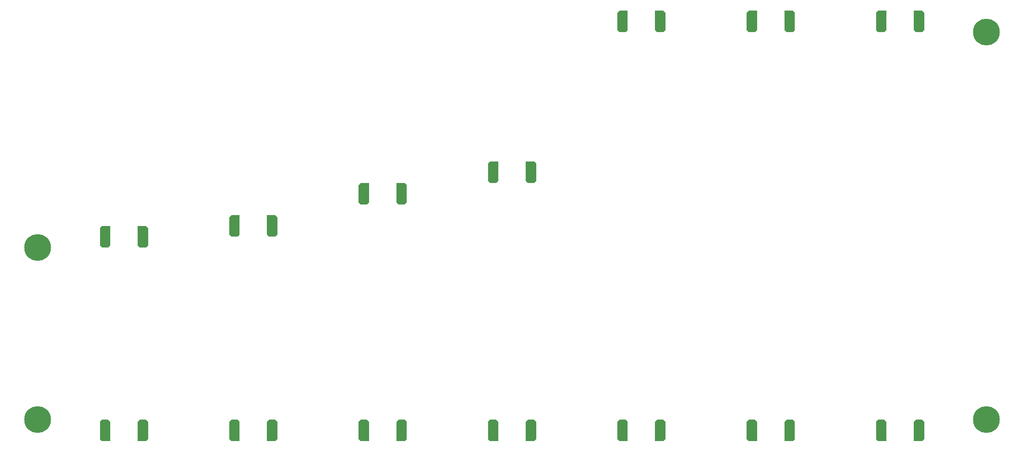
<source format=gbr>
%FSTAX66Y66*%
%MOMM*%
%SFA1B1*%

%IPPOS*%
%ADD25C,6.203188*%
%LNmtrl_0mm_thru_soldermask_bot-1*%
%LPD*%
G36*
X000111824998Y000060481972D02*
X000111342398Y000059999372D01*
X000109894598*
X000109411998Y000060481972*
Y000064516787*
X000109894598Y000064999387*
X000111824998*
Y000060481972*
G37*
G36*
X000090587982Y000059516365D02*
Y000055481575D01*
X000090105382Y000054998975*
X000088657582*
X000088174982Y000055481575*
Y000059998965*
X000090105382*
X000090587982Y000059516365*
G37*
G36*
X000081824982Y000055481575D02*
X000081342382Y000054998975D01*
X000079894582*
X000079411982Y000055481575*
Y000059516365*
X000079894582Y000059998965*
X000081824982*
Y000055481575*
G37*
G36*
X000060587991Y000052015974D02*
Y000047981184D01*
X000060105391Y000047498584*
X000058657591*
X000058174991Y000047981184*
Y000052498574*
X000060105391*
X000060587991Y000052015974*
G37*
G36*
X000051824991Y000047981184D02*
X000051342391Y000047498584D01*
X000049894591*
X000049411991Y000047981184*
Y000052015974*
X000049894591Y000052498574*
X000051824991*
Y000047981184*
G37*
G36*
X000030587975Y000049515776D02*
Y000045480986D01*
X000030105375Y000044998386*
X000028657575*
X000028174975Y000045480986*
Y000049998376*
X000030105375*
X000030587975Y000049515776*
G37*
G36*
X000021824975Y000045480986D02*
X000021342375Y000044998386D01*
X000019894575*
X000019411975Y000045480986*
Y000049515776*
X000019894575Y000049998376*
X000021824975*
Y000045480986*
G37*
G36*
X000111824998Y000004518406D02*
Y00000000099D01*
X000109894598*
X000109411998Y00000048359*
Y000004518406*
X000109894598Y000005001006*
X000111342398*
X000111824998Y000004518406*
G37*
G36*
X000090587982Y000004517999D02*
Y000000483184D01*
X000090105382Y000000000584*
X000088174982*
Y000004517999*
X000088657582Y000005000599*
X000090105382*
X000090587982Y000004517999*
G37*
G36*
X000081824982D02*
Y000000000584D01*
X000079894582*
X000079411982Y000000483184*
Y000004517999*
X000079894582Y000005000599*
X000081342382*
X000081824982Y000004517999*
G37*
G36*
X000060587991Y000004517593D02*
Y000000482777D01*
X000060105391Y000000000177*
X000058174991*
Y000004517593*
X000058657591Y000005000193*
X000060105391*
X000060587991Y000004517593*
G37*
G36*
X000051824991D02*
Y000000000177D01*
X000049894591*
X000049411991Y000000482777*
Y000004517593*
X000049894591Y000005000193*
X000051342391*
X000051824991Y000004517593*
G37*
G36*
X000030587975Y000004517186D02*
Y000000482396D01*
X000030105375Y-000000000177*
X000028174975*
Y000004517186*
X000028657575Y000004999786*
X000030105375*
X000030587975Y000004517186*
G37*
G36*
X000021824975D02*
Y-000000000177D01*
X000019894575*
X000019411975Y000000482396*
Y000004517186*
X000019894575Y000004999786*
X000021342375*
X000021824975Y000004517186*
G37*
G36*
X000120587998Y000004518406D02*
Y00000048359D01*
X000120105398Y00000000099*
X000118174998*
Y000004518406*
X000118657598Y000005001006*
X000120105398*
X000120587998Y000004518406*
G37*
G36*
X000141824989Y000004518787D02*
Y000000001397D01*
X000139894589*
X000139411989Y000000483997*
Y000004518787*
X000139894589Y000005001387*
X000141342389*
X000141824989Y000004518787*
G37*
G36*
X000150587989D02*
Y000000483997D01*
X000150105389Y000000001397*
X000148174989*
Y000004518787*
X000148657589Y000005001387*
X000150105389*
X000150587989Y000004518787*
G37*
G36*
X000171825005Y000004519193D02*
Y000000001803D01*
X000169894605*
X00016941198Y000000484403*
Y000004519193*
X000169894605Y000005001793*
X000171342405*
X000171825005Y000004519193*
G37*
G36*
X000180588005D02*
Y000000484403D01*
X000180105405Y000000001803*
X00017817498*
Y000004519193*
X000178657605Y000005001793*
X000180105405*
X000180588005Y000004519193*
G37*
G36*
X000201824996Y000004519803D02*
Y000000002387D01*
X000199894596*
X000199411996Y000000484987*
Y000004519803*
X000199894596Y000005002403*
X000201342396*
X000201824996Y000004519803*
G37*
G36*
X000210587996D02*
Y000000484987D01*
X000210105396Y000000002387*
X000208174996*
Y000004519803*
X000208657596Y000005002403*
X000210105396*
X000210587996Y000004519803*
G37*
G36*
X000120587998Y000064516787D02*
Y000060481972D01*
X000120105398Y000059999372*
X000118657598*
X000118174998Y000060481972*
Y000064999387*
X000120105398*
X000120587998Y000064516787*
G37*
G36*
X000141824989Y000095482384D02*
X000141342389Y000094999784D01*
X000139894589*
X000139411989Y000095482384*
Y0000995172*
X000139894589Y0000999998*
X000141824989*
Y000095482384*
G37*
G36*
X000150587989Y0000995172D02*
Y000095482384D01*
X000150105389Y000094999784*
X000148657589*
X000148174989Y000095482384*
Y0000999998*
X000150105389*
X000150587989Y0000995172*
G37*
G36*
X000171825005Y000095482791D02*
X000171342405Y000095000191D01*
X000169894605*
X00016941198Y000095482791*
Y000099517581*
X000169894605Y000100000181*
X000171825005*
Y000095482791*
G37*
G36*
X000180588005Y000099517581D02*
Y000095482791D01*
X000180105405Y000095000191*
X000178657605*
X00017817498Y000095482791*
Y000100000181*
X000180105405*
X000180588005Y000099517581*
G37*
G36*
X000201824996Y000095483375D02*
X000201342396Y000095000775D01*
X000199894596*
X000199411996Y000095483375*
Y00009951819*
X000199894596Y00010000079*
X000201824996*
Y000095483375*
G37*
G36*
X000210587996Y00009951819D02*
Y000095483375D01*
X000210105396Y000095000775*
X000208657596*
X000208174996Y000095483375*
Y00010000079*
X000210105396*
X000210587996Y00009951819*
G37*
G54D25*
X00000499999Y000044999986D03*
X000224999981Y000094999987D03*
X000224999956Y000005001615D03*
X00000499999Y000005000015D03*
M02*
</source>
